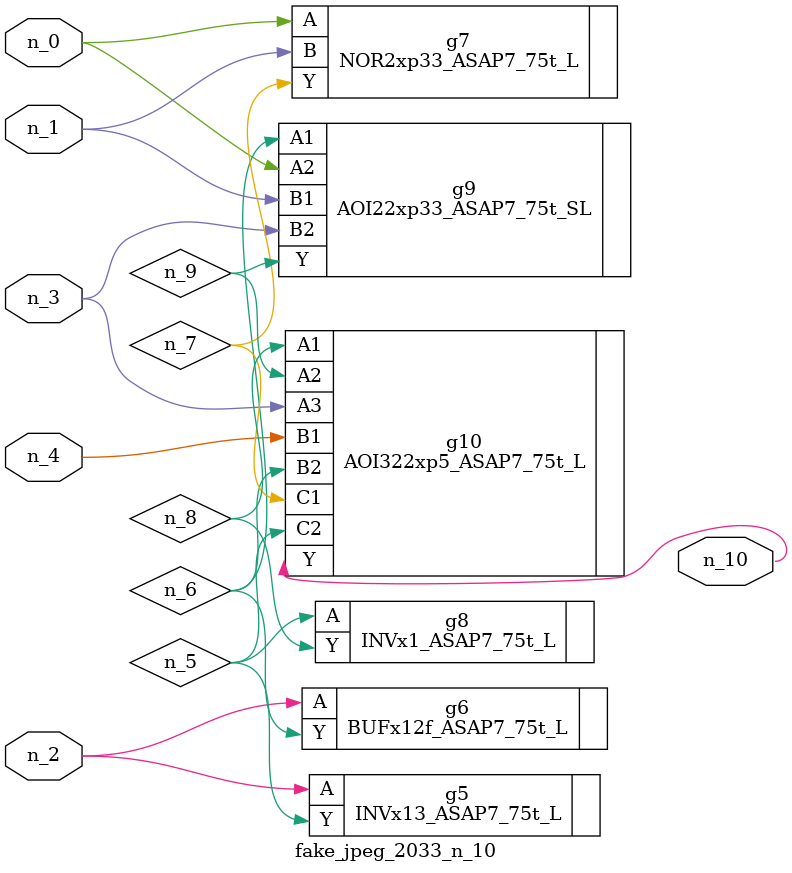
<source format=v>
module fake_jpeg_2033_n_10 (n_3, n_2, n_1, n_0, n_4, n_10);

input n_3;
input n_2;
input n_1;
input n_0;
input n_4;

output n_10;

wire n_8;
wire n_9;
wire n_6;
wire n_5;
wire n_7;

INVx13_ASAP7_75t_L g5 ( 
.A(n_2),
.Y(n_5)
);

BUFx12f_ASAP7_75t_L g6 ( 
.A(n_2),
.Y(n_6)
);

NOR2xp33_ASAP7_75t_L g7 ( 
.A(n_0),
.B(n_1),
.Y(n_7)
);

INVx1_ASAP7_75t_L g8 ( 
.A(n_5),
.Y(n_8)
);

AOI322xp5_ASAP7_75t_L g10 ( 
.A1(n_8),
.A2(n_9),
.A3(n_3),
.B1(n_4),
.B2(n_6),
.C1(n_7),
.C2(n_5),
.Y(n_10)
);

AOI22xp33_ASAP7_75t_SL g9 ( 
.A1(n_6),
.A2(n_0),
.B1(n_1),
.B2(n_3),
.Y(n_9)
);


endmodule
</source>
